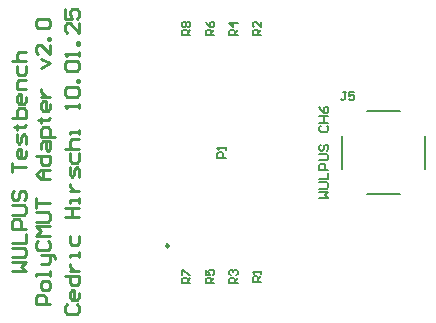
<source format=gto>
G04*
G04 #@! TF.GenerationSoftware,Altium Limited,Altium Designer,24.6.1 (21)*
G04*
G04 Layer_Color=65535*
%FSLAX44Y44*%
%MOMM*%
G71*
G04*
G04 #@! TF.SameCoordinates,A60324F7-5EA5-4536-B251-014C174E4282*
G04*
G04*
G04 #@! TF.FilePolarity,Positive*
G04*
G01*
G75*
%ADD10C,0.2500*%
%ADD11C,0.2000*%
%ADD12C,0.2540*%
%ADD13C,0.1500*%
D10*
X-44750Y-79000D02*
G03*
X-44750Y-79000I-1250J0D01*
G01*
D11*
X123200Y-35000D02*
X150800D01*
X102000Y-13800D02*
Y13800D01*
X172000Y-13800D02*
Y13800D01*
X123200Y35000D02*
X150800D01*
X82503Y-38654D02*
X90500D01*
X87834Y-35988D01*
X90500Y-33323D01*
X82503D01*
Y-30657D02*
X89167D01*
X90500Y-29324D01*
Y-26658D01*
X89167Y-25325D01*
X82503D01*
Y-22659D02*
X90500D01*
Y-17328D01*
Y-14662D02*
X82503D01*
Y-10663D01*
X83835Y-9330D01*
X86501D01*
X87834Y-10663D01*
Y-14662D01*
X82503Y-6665D02*
X89167D01*
X90500Y-5332D01*
Y-2666D01*
X89167Y-1333D01*
X82503D01*
X83835Y6665D02*
X82503Y5332D01*
Y2666D01*
X83835Y1333D01*
X85168D01*
X86501Y2666D01*
Y5332D01*
X87834Y6665D01*
X89167D01*
X90500Y5332D01*
Y2666D01*
X89167Y1333D01*
X83835Y22659D02*
X82503Y21326D01*
Y18661D01*
X83835Y17328D01*
X89167D01*
X90500Y18661D01*
Y21326D01*
X89167Y22659D01*
X82503Y25325D02*
X90500D01*
X86501D01*
Y30657D01*
X82503D01*
X90500D01*
X82503Y38654D02*
X83835Y35988D01*
X86501Y33323D01*
X89167D01*
X90500Y34655D01*
Y37321D01*
X89167Y38654D01*
X87834D01*
X86501Y37321D01*
Y33323D01*
D12*
X-177518Y-100595D02*
X-165522D01*
X-169520Y-96596D01*
X-165522Y-92598D01*
X-177518D01*
Y-88599D02*
X-167521D01*
X-165522Y-86599D01*
Y-82601D01*
X-167521Y-80601D01*
X-177518D01*
Y-76603D02*
X-165522D01*
Y-68605D01*
Y-64606D02*
X-177518D01*
Y-58608D01*
X-175518Y-56609D01*
X-171520D01*
X-169520Y-58608D01*
Y-64606D01*
X-177518Y-52610D02*
X-167521D01*
X-165522Y-50611D01*
Y-46612D01*
X-167521Y-44613D01*
X-177518D01*
X-175518Y-32617D02*
X-177518Y-34616D01*
Y-38615D01*
X-175518Y-40614D01*
X-173519D01*
X-171520Y-38615D01*
Y-34616D01*
X-169520Y-32617D01*
X-167521D01*
X-165522Y-34616D01*
Y-38615D01*
X-167521Y-40614D01*
X-177518Y-16622D02*
Y-8625D01*
Y-12623D01*
X-165522D01*
Y1372D02*
Y-2627D01*
X-167521Y-4626D01*
X-171520D01*
X-173519Y-2627D01*
Y1372D01*
X-171520Y3372D01*
X-169520D01*
Y-4626D01*
X-165522Y7370D02*
Y13368D01*
X-167521Y15368D01*
X-169520Y13368D01*
Y9370D01*
X-171520Y7370D01*
X-173519Y9370D01*
Y15368D01*
X-175518Y21366D02*
X-173519D01*
Y19366D01*
Y23365D01*
Y21366D01*
X-167521D01*
X-165522Y23365D01*
X-177518Y29363D02*
X-165522D01*
Y35361D01*
X-167521Y37360D01*
X-169520D01*
X-171520D01*
X-173519Y35361D01*
Y29363D01*
X-165522Y47357D02*
Y43358D01*
X-167521Y41359D01*
X-171520D01*
X-173519Y43358D01*
Y47357D01*
X-171520Y49357D01*
X-169520D01*
Y41359D01*
X-165522Y53355D02*
X-173519D01*
Y59353D01*
X-171520Y61353D01*
X-165522D01*
X-173519Y73349D02*
Y67351D01*
X-171520Y65351D01*
X-167521D01*
X-165522Y67351D01*
Y73349D01*
X-177518Y77347D02*
X-165522D01*
X-171520D01*
X-173519Y79347D01*
Y83346D01*
X-171520Y85345D01*
X-165522D01*
X-145030Y-128586D02*
X-157026D01*
Y-122588D01*
X-155027Y-120588D01*
X-151028D01*
X-149029Y-122588D01*
Y-128586D01*
X-145030Y-114590D02*
Y-110592D01*
X-147030Y-108592D01*
X-151028D01*
X-153028Y-110592D01*
Y-114590D01*
X-151028Y-116590D01*
X-147030D01*
X-145030Y-114590D01*
Y-104594D02*
Y-100595D01*
Y-102594D01*
X-157026D01*
Y-104594D01*
X-153028Y-94597D02*
X-147030D01*
X-145030Y-92598D01*
Y-86599D01*
X-143031D01*
X-141032Y-88599D01*
Y-90598D01*
X-145030Y-86599D02*
X-153028D01*
X-155027Y-74603D02*
X-157026Y-76603D01*
Y-80601D01*
X-155027Y-82601D01*
X-147030D01*
X-145030Y-80601D01*
Y-76603D01*
X-147030Y-74603D01*
X-145030Y-70605D02*
X-157026D01*
X-153028Y-66606D01*
X-157026Y-62607D01*
X-145030D01*
X-157026Y-58608D02*
X-147030D01*
X-145030Y-56609D01*
Y-52610D01*
X-147030Y-50611D01*
X-157026D01*
Y-46612D02*
Y-38615D01*
Y-42614D01*
X-145030D01*
Y-22620D02*
X-153028D01*
X-157026Y-18621D01*
X-153028Y-14623D01*
X-145030D01*
X-151028D01*
Y-22620D01*
X-157026Y-2627D02*
X-145030D01*
Y-8625D01*
X-147030Y-10624D01*
X-151028D01*
X-153028Y-8625D01*
Y-2627D01*
Y3372D02*
Y7370D01*
X-151028Y9370D01*
X-145030D01*
Y3372D01*
X-147030Y1372D01*
X-149029Y3372D01*
Y9370D01*
X-141032Y13368D02*
X-153028D01*
Y19366D01*
X-151028Y21366D01*
X-147030D01*
X-145030Y19366D01*
Y13368D01*
X-155027Y27364D02*
X-153028D01*
Y25364D01*
Y29363D01*
Y27364D01*
X-147030D01*
X-145030Y29363D01*
Y41359D02*
Y37360D01*
X-147030Y35361D01*
X-151028D01*
X-153028Y37360D01*
Y41359D01*
X-151028Y43358D01*
X-149029D01*
Y35361D01*
X-153028Y47357D02*
X-145030D01*
X-149029D01*
X-151028Y49357D01*
X-153028Y51356D01*
Y53355D01*
Y71350D02*
X-145030Y75348D01*
X-153028Y79347D01*
X-145030Y91343D02*
Y83346D01*
X-153028Y91343D01*
X-155027D01*
X-157026Y89344D01*
Y85345D01*
X-155027Y83346D01*
X-145030Y95342D02*
X-147030D01*
Y97341D01*
X-145030D01*
Y95342D01*
X-155027Y105338D02*
X-157026Y107338D01*
Y111336D01*
X-155027Y113336D01*
X-147030D01*
X-145030Y111336D01*
Y107338D01*
X-147030Y105338D01*
X-155027D01*
X-130537Y-128586D02*
X-132536Y-130585D01*
Y-134584D01*
X-130537Y-136583D01*
X-122540D01*
X-120540Y-134584D01*
Y-130585D01*
X-122540Y-128586D01*
X-120540Y-118589D02*
Y-122588D01*
X-122540Y-124587D01*
X-126538D01*
X-128538Y-122588D01*
Y-118589D01*
X-126538Y-116590D01*
X-124539D01*
Y-124587D01*
X-132536Y-104594D02*
X-120540D01*
Y-110592D01*
X-122540Y-112591D01*
X-126538D01*
X-128538Y-110592D01*
Y-104594D01*
Y-100595D02*
X-120540D01*
X-124539D01*
X-126538Y-98596D01*
X-128538Y-96596D01*
Y-94597D01*
X-120540Y-88599D02*
Y-84600D01*
Y-86599D01*
X-128538D01*
Y-88599D01*
Y-70605D02*
Y-76603D01*
X-126538Y-78602D01*
X-122540D01*
X-120540Y-76603D01*
Y-70605D01*
X-132536Y-54610D02*
X-120540D01*
X-126538D01*
Y-46612D01*
X-132536D01*
X-120540D01*
Y-42614D02*
Y-38615D01*
Y-40614D01*
X-128538D01*
Y-42614D01*
Y-32617D02*
X-120540D01*
X-124539D01*
X-126538Y-30617D01*
X-128538Y-28618D01*
Y-26619D01*
X-120540Y-20621D02*
Y-14623D01*
X-122540Y-12623D01*
X-124539Y-14623D01*
Y-18621D01*
X-126538Y-20621D01*
X-128538Y-18621D01*
Y-12623D01*
Y-627D02*
Y-6625D01*
X-126538Y-8625D01*
X-122540D01*
X-120540Y-6625D01*
Y-627D01*
X-132536Y3371D02*
X-120540D01*
X-126538D01*
X-128538Y5371D01*
Y9370D01*
X-126538Y11369D01*
X-120540D01*
Y15368D02*
Y19366D01*
Y17367D01*
X-128538D01*
Y15368D01*
X-120540Y37360D02*
Y41359D01*
Y39360D01*
X-132536D01*
X-130537Y37360D01*
Y47357D02*
X-132536Y49357D01*
Y53355D01*
X-130537Y55355D01*
X-122540D01*
X-120540Y53355D01*
Y49357D01*
X-122540Y47357D01*
X-130537D01*
X-120540Y59353D02*
X-122540D01*
Y61353D01*
X-120540D01*
Y59353D01*
X-130537Y69350D02*
X-132536Y71350D01*
Y75348D01*
X-130537Y77347D01*
X-122540D01*
X-120540Y75348D01*
Y71350D01*
X-122540Y69350D01*
X-130537D01*
X-120540Y81346D02*
Y85345D01*
Y83346D01*
X-132536D01*
X-130537Y81346D01*
X-120540Y91343D02*
X-122540D01*
Y93342D01*
X-120540D01*
Y91343D01*
Y109337D02*
Y101340D01*
X-128538Y109337D01*
X-130537D01*
X-132536Y107338D01*
Y103339D01*
X-130537Y101340D01*
X-132536Y121333D02*
Y113336D01*
X-126538D01*
X-128538Y117335D01*
Y119334D01*
X-126538Y121333D01*
X-122540D01*
X-120540Y119334D01*
Y115335D01*
X-122540Y113336D01*
D13*
X-26501Y99169D02*
X-33499D01*
Y102667D01*
X-32333Y103834D01*
X-30000D01*
X-28834Y102667D01*
Y99169D01*
Y101501D02*
X-26501Y103834D01*
X-32333Y106166D02*
X-33499Y107333D01*
Y109665D01*
X-32333Y110831D01*
X-31166D01*
X-30000Y109665D01*
X-28834Y110831D01*
X-27667D01*
X-26501Y109665D01*
Y107333D01*
X-27667Y106166D01*
X-28834D01*
X-30000Y107333D01*
X-31166Y106166D01*
X-32333D01*
X-30000Y107333D02*
Y109665D01*
X-26501Y-110831D02*
X-33499D01*
Y-107333D01*
X-32332Y-106166D01*
X-30000D01*
X-28834Y-107333D01*
Y-110831D01*
Y-108499D02*
X-26501Y-106166D01*
X-33499Y-103834D02*
Y-99169D01*
X-32332D01*
X-27667Y-103834D01*
X-26501D01*
X-6501Y99169D02*
X-13499D01*
Y102667D01*
X-12333Y103834D01*
X-10000D01*
X-8834Y102667D01*
Y99169D01*
Y101501D02*
X-6501Y103834D01*
X-13499Y110831D02*
X-12333Y108499D01*
X-10000Y106166D01*
X-7667D01*
X-6501Y107333D01*
Y109665D01*
X-7667Y110831D01*
X-8834D01*
X-10000Y109665D01*
Y106166D01*
X-6501Y-110831D02*
X-13499D01*
Y-107333D01*
X-12333Y-106166D01*
X-10000D01*
X-8834Y-107333D01*
Y-110831D01*
Y-108499D02*
X-6501Y-106166D01*
X-13499Y-99169D02*
Y-103834D01*
X-10000D01*
X-11166Y-101501D01*
Y-100335D01*
X-10000Y-99169D01*
X-7667D01*
X-6501Y-100335D01*
Y-102667D01*
X-7667Y-103834D01*
X13499Y99169D02*
X6501D01*
Y102667D01*
X7667Y103834D01*
X10000D01*
X11166Y102667D01*
Y99169D01*
Y101501D02*
X13499Y103834D01*
Y109665D02*
X6501D01*
X10000Y106166D01*
Y110831D01*
X13499Y-110831D02*
X6501D01*
Y-107333D01*
X7667Y-106166D01*
X10000D01*
X11166Y-107333D01*
Y-110831D01*
Y-108499D02*
X13499Y-106166D01*
X7667Y-103834D02*
X6501Y-102667D01*
Y-100335D01*
X7667Y-99169D01*
X8834D01*
X10000Y-100335D01*
Y-101501D01*
Y-100335D01*
X11166Y-99169D01*
X12333D01*
X13499Y-100335D01*
Y-102667D01*
X12333Y-103834D01*
X33499Y99169D02*
X26501D01*
Y102667D01*
X27667Y103834D01*
X30000D01*
X31166Y102667D01*
Y99169D01*
Y101501D02*
X33499Y103834D01*
Y110831D02*
Y106166D01*
X28834Y110831D01*
X27667D01*
X26501Y109665D01*
Y107333D01*
X27667Y106166D01*
X33499Y-109665D02*
X26501D01*
Y-106166D01*
X27667Y-105000D01*
X30000D01*
X31166Y-106166D01*
Y-109665D01*
Y-107333D02*
X33499Y-105000D01*
Y-102667D02*
Y-100335D01*
Y-101501D01*
X26501D01*
X27667Y-102667D01*
X3499Y-4665D02*
X-3499D01*
Y-1166D01*
X-2333Y0D01*
X-0D01*
X1166Y-1166D01*
Y-4665D01*
X3499Y2333D02*
Y4665D01*
Y3499D01*
X-3499D01*
X-2333Y2333D01*
X105470Y51321D02*
X103138D01*
X104304D01*
Y45489D01*
X103138Y44323D01*
X101971D01*
X100805Y45489D01*
X112468Y51321D02*
X107803D01*
Y47822D01*
X110135Y48988D01*
X111302D01*
X112468Y47822D01*
Y45489D01*
X111302Y44323D01*
X108969D01*
X107803Y45489D01*
M02*

</source>
